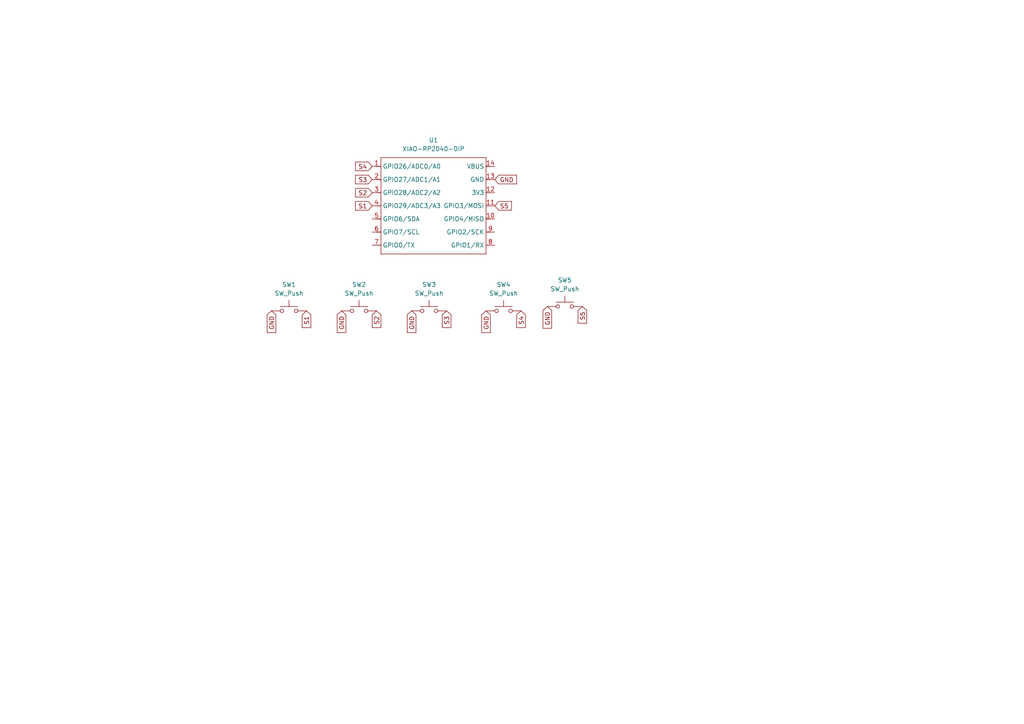
<source format=kicad_sch>
(kicad_sch
	(version 20250114)
	(generator "eeschema")
	(generator_version "9.0")
	(uuid "cd2cdcf1-0d5e-46b2-9ce4-a950083989c9")
	(paper "A4")
	(lib_symbols
		(symbol "MicroPad:XIAO-RP2040-DIP"
			(exclude_from_sim no)
			(in_bom yes)
			(on_board yes)
			(property "Reference" "U"
				(at 0 0 0)
				(effects
					(font
						(size 1.27 1.27)
					)
				)
			)
			(property "Value" "XIAO-RP2040-DIP"
				(at 5.334 -1.778 0)
				(effects
					(font
						(size 1.27 1.27)
					)
				)
			)
			(property "Footprint" "Module:MOUDLE14P-XIAO-DIP-SMD"
				(at 14.478 -32.258 0)
				(effects
					(font
						(size 1.27 1.27)
					)
					(hide yes)
				)
			)
			(property "Datasheet" ""
				(at 0 0 0)
				(effects
					(font
						(size 1.27 1.27)
					)
					(hide yes)
				)
			)
			(property "Description" ""
				(at 0 0 0)
				(effects
					(font
						(size 1.27 1.27)
					)
					(hide yes)
				)
			)
			(symbol "XIAO-RP2040-DIP_1_0"
				(polyline
					(pts
						(xy -1.27 -2.54) (xy 29.21 -2.54)
					)
					(stroke
						(width 0.1524)
						(type solid)
					)
					(fill
						(type none)
					)
				)
				(polyline
					(pts
						(xy -1.27 -5.08) (xy -2.54 -5.08)
					)
					(stroke
						(width 0.1524)
						(type solid)
					)
					(fill
						(type none)
					)
				)
				(polyline
					(pts
						(xy -1.27 -5.08) (xy -1.27 -2.54)
					)
					(stroke
						(width 0.1524)
						(type solid)
					)
					(fill
						(type none)
					)
				)
				(polyline
					(pts
						(xy -1.27 -8.89) (xy -2.54 -8.89)
					)
					(stroke
						(width 0.1524)
						(type solid)
					)
					(fill
						(type none)
					)
				)
				(polyline
					(pts
						(xy -1.27 -8.89) (xy -1.27 -5.08)
					)
					(stroke
						(width 0.1524)
						(type solid)
					)
					(fill
						(type none)
					)
				)
				(polyline
					(pts
						(xy -1.27 -12.7) (xy -2.54 -12.7)
					)
					(stroke
						(width 0.1524)
						(type solid)
					)
					(fill
						(type none)
					)
				)
				(polyline
					(pts
						(xy -1.27 -12.7) (xy -1.27 -8.89)
					)
					(stroke
						(width 0.1524)
						(type solid)
					)
					(fill
						(type none)
					)
				)
				(polyline
					(pts
						(xy -1.27 -16.51) (xy -2.54 -16.51)
					)
					(stroke
						(width 0.1524)
						(type solid)
					)
					(fill
						(type none)
					)
				)
				(polyline
					(pts
						(xy -1.27 -16.51) (xy -1.27 -12.7)
					)
					(stroke
						(width 0.1524)
						(type solid)
					)
					(fill
						(type none)
					)
				)
				(polyline
					(pts
						(xy -1.27 -20.32) (xy -2.54 -20.32)
					)
					(stroke
						(width 0.1524)
						(type solid)
					)
					(fill
						(type none)
					)
				)
				(polyline
					(pts
						(xy -1.27 -24.13) (xy -2.54 -24.13)
					)
					(stroke
						(width 0.1524)
						(type solid)
					)
					(fill
						(type none)
					)
				)
				(polyline
					(pts
						(xy -1.27 -27.94) (xy -2.54 -27.94)
					)
					(stroke
						(width 0.1524)
						(type solid)
					)
					(fill
						(type none)
					)
				)
				(polyline
					(pts
						(xy -1.27 -30.48) (xy -1.27 -16.51)
					)
					(stroke
						(width 0.1524)
						(type solid)
					)
					(fill
						(type none)
					)
				)
				(polyline
					(pts
						(xy 29.21 -2.54) (xy 29.21 -5.08)
					)
					(stroke
						(width 0.1524)
						(type solid)
					)
					(fill
						(type none)
					)
				)
				(polyline
					(pts
						(xy 29.21 -5.08) (xy 29.21 -8.89)
					)
					(stroke
						(width 0.1524)
						(type solid)
					)
					(fill
						(type none)
					)
				)
				(polyline
					(pts
						(xy 29.21 -8.89) (xy 29.21 -12.7)
					)
					(stroke
						(width 0.1524)
						(type solid)
					)
					(fill
						(type none)
					)
				)
				(polyline
					(pts
						(xy 29.21 -12.7) (xy 29.21 -30.48)
					)
					(stroke
						(width 0.1524)
						(type solid)
					)
					(fill
						(type none)
					)
				)
				(polyline
					(pts
						(xy 29.21 -30.48) (xy -1.27 -30.48)
					)
					(stroke
						(width 0.1524)
						(type solid)
					)
					(fill
						(type none)
					)
				)
				(polyline
					(pts
						(xy 30.48 -5.08) (xy 29.21 -5.08)
					)
					(stroke
						(width 0.1524)
						(type solid)
					)
					(fill
						(type none)
					)
				)
				(polyline
					(pts
						(xy 30.48 -8.89) (xy 29.21 -8.89)
					)
					(stroke
						(width 0.1524)
						(type solid)
					)
					(fill
						(type none)
					)
				)
				(polyline
					(pts
						(xy 30.48 -12.7) (xy 29.21 -12.7)
					)
					(stroke
						(width 0.1524)
						(type solid)
					)
					(fill
						(type none)
					)
				)
				(polyline
					(pts
						(xy 30.48 -16.51) (xy 29.21 -16.51)
					)
					(stroke
						(width 0.1524)
						(type solid)
					)
					(fill
						(type none)
					)
				)
				(polyline
					(pts
						(xy 30.48 -20.32) (xy 29.21 -20.32)
					)
					(stroke
						(width 0.1524)
						(type solid)
					)
					(fill
						(type none)
					)
				)
				(polyline
					(pts
						(xy 30.48 -24.13) (xy 29.21 -24.13)
					)
					(stroke
						(width 0.1524)
						(type solid)
					)
					(fill
						(type none)
					)
				)
				(polyline
					(pts
						(xy 30.48 -27.94) (xy 29.21 -27.94)
					)
					(stroke
						(width 0.1524)
						(type solid)
					)
					(fill
						(type none)
					)
				)
				(pin passive line
					(at -3.81 -5.08 0)
					(length 2.54)
					(name "GPIO26/ADC0/A0"
						(effects
							(font
								(size 1.27 1.27)
							)
						)
					)
					(number "1"
						(effects
							(font
								(size 1.27 1.27)
							)
						)
					)
				)
				(pin passive line
					(at -3.81 -8.89 0)
					(length 2.54)
					(name "GPIO27/ADC1/A1"
						(effects
							(font
								(size 1.27 1.27)
							)
						)
					)
					(number "2"
						(effects
							(font
								(size 1.27 1.27)
							)
						)
					)
				)
				(pin passive line
					(at -3.81 -12.7 0)
					(length 2.54)
					(name "GPIO28/ADC2/A2"
						(effects
							(font
								(size 1.27 1.27)
							)
						)
					)
					(number "3"
						(effects
							(font
								(size 1.27 1.27)
							)
						)
					)
				)
				(pin passive line
					(at -3.81 -16.51 0)
					(length 2.54)
					(name "GPIO29/ADC3/A3"
						(effects
							(font
								(size 1.27 1.27)
							)
						)
					)
					(number "4"
						(effects
							(font
								(size 1.27 1.27)
							)
						)
					)
				)
				(pin passive line
					(at -3.81 -20.32 0)
					(length 2.54)
					(name "GPIO6/SDA"
						(effects
							(font
								(size 1.27 1.27)
							)
						)
					)
					(number "5"
						(effects
							(font
								(size 1.27 1.27)
							)
						)
					)
				)
				(pin passive line
					(at -3.81 -24.13 0)
					(length 2.54)
					(name "GPIO7/SCL"
						(effects
							(font
								(size 1.27 1.27)
							)
						)
					)
					(number "6"
						(effects
							(font
								(size 1.27 1.27)
							)
						)
					)
				)
				(pin passive line
					(at -3.81 -27.94 0)
					(length 2.54)
					(name "GPIO0/TX"
						(effects
							(font
								(size 1.27 1.27)
							)
						)
					)
					(number "7"
						(effects
							(font
								(size 1.27 1.27)
							)
						)
					)
				)
				(pin passive line
					(at 31.75 -5.08 180)
					(length 2.54)
					(name "VBUS"
						(effects
							(font
								(size 1.27 1.27)
							)
						)
					)
					(number "14"
						(effects
							(font
								(size 1.27 1.27)
							)
						)
					)
				)
				(pin passive line
					(at 31.75 -8.89 180)
					(length 2.54)
					(name "GND"
						(effects
							(font
								(size 1.27 1.27)
							)
						)
					)
					(number "13"
						(effects
							(font
								(size 1.27 1.27)
							)
						)
					)
				)
				(pin passive line
					(at 31.75 -12.7 180)
					(length 2.54)
					(name "3V3"
						(effects
							(font
								(size 1.27 1.27)
							)
						)
					)
					(number "12"
						(effects
							(font
								(size 1.27 1.27)
							)
						)
					)
				)
				(pin passive line
					(at 31.75 -16.51 180)
					(length 2.54)
					(name "GPIO3/MOSI"
						(effects
							(font
								(size 1.27 1.27)
							)
						)
					)
					(number "11"
						(effects
							(font
								(size 1.27 1.27)
							)
						)
					)
				)
				(pin passive line
					(at 31.75 -20.32 180)
					(length 2.54)
					(name "GPIO4/MISO"
						(effects
							(font
								(size 1.27 1.27)
							)
						)
					)
					(number "10"
						(effects
							(font
								(size 1.27 1.27)
							)
						)
					)
				)
				(pin passive line
					(at 31.75 -24.13 180)
					(length 2.54)
					(name "GPIO2/SCK"
						(effects
							(font
								(size 1.27 1.27)
							)
						)
					)
					(number "9"
						(effects
							(font
								(size 1.27 1.27)
							)
						)
					)
				)
				(pin passive line
					(at 31.75 -27.94 180)
					(length 2.54)
					(name "GPIO1/RX"
						(effects
							(font
								(size 1.27 1.27)
							)
						)
					)
					(number "8"
						(effects
							(font
								(size 1.27 1.27)
							)
						)
					)
				)
			)
			(embedded_fonts no)
		)
		(symbol "Switch:SW_Push"
			(pin_numbers
				(hide yes)
			)
			(pin_names
				(offset 1.016)
				(hide yes)
			)
			(exclude_from_sim no)
			(in_bom yes)
			(on_board yes)
			(property "Reference" "SW"
				(at 1.27 2.54 0)
				(effects
					(font
						(size 1.27 1.27)
					)
					(justify left)
				)
			)
			(property "Value" "SW_Push"
				(at 0 -1.524 0)
				(effects
					(font
						(size 1.27 1.27)
					)
				)
			)
			(property "Footprint" ""
				(at 0 5.08 0)
				(effects
					(font
						(size 1.27 1.27)
					)
					(hide yes)
				)
			)
			(property "Datasheet" "~"
				(at 0 5.08 0)
				(effects
					(font
						(size 1.27 1.27)
					)
					(hide yes)
				)
			)
			(property "Description" "Push button switch, generic, two pins"
				(at 0 0 0)
				(effects
					(font
						(size 1.27 1.27)
					)
					(hide yes)
				)
			)
			(property "ki_keywords" "switch normally-open pushbutton push-button"
				(at 0 0 0)
				(effects
					(font
						(size 1.27 1.27)
					)
					(hide yes)
				)
			)
			(symbol "SW_Push_0_1"
				(circle
					(center -2.032 0)
					(radius 0.508)
					(stroke
						(width 0)
						(type default)
					)
					(fill
						(type none)
					)
				)
				(polyline
					(pts
						(xy 0 1.27) (xy 0 3.048)
					)
					(stroke
						(width 0)
						(type default)
					)
					(fill
						(type none)
					)
				)
				(circle
					(center 2.032 0)
					(radius 0.508)
					(stroke
						(width 0)
						(type default)
					)
					(fill
						(type none)
					)
				)
				(polyline
					(pts
						(xy 2.54 1.27) (xy -2.54 1.27)
					)
					(stroke
						(width 0)
						(type default)
					)
					(fill
						(type none)
					)
				)
				(pin passive line
					(at -5.08 0 0)
					(length 2.54)
					(name "1"
						(effects
							(font
								(size 1.27 1.27)
							)
						)
					)
					(number "1"
						(effects
							(font
								(size 1.27 1.27)
							)
						)
					)
				)
				(pin passive line
					(at 5.08 0 180)
					(length 2.54)
					(name "2"
						(effects
							(font
								(size 1.27 1.27)
							)
						)
					)
					(number "2"
						(effects
							(font
								(size 1.27 1.27)
							)
						)
					)
				)
			)
			(embedded_fonts no)
		)
	)
	(global_label "S4"
		(shape input)
		(at 151.13 90.17 270)
		(fields_autoplaced yes)
		(effects
			(font
				(size 1.27 1.27)
			)
			(justify right)
		)
		(uuid "04075b1b-6509-4fd9-a9a4-71b4bc3e6f9a")
		(property "Intersheetrefs" "${INTERSHEET_REFS}"
			(at 151.13 95.5742 90)
			(effects
				(font
					(size 1.27 1.27)
				)
				(justify right)
				(hide yes)
			)
		)
	)
	(global_label "S5"
		(shape input)
		(at 168.91 88.9 270)
		(fields_autoplaced yes)
		(effects
			(font
				(size 1.27 1.27)
			)
			(justify right)
		)
		(uuid "1ccd2a77-ccca-453f-9c9e-4539c062fd6c")
		(property "Intersheetrefs" "${INTERSHEET_REFS}"
			(at 168.91 94.3042 90)
			(effects
				(font
					(size 1.27 1.27)
				)
				(justify right)
				(hide yes)
			)
		)
	)
	(global_label "S3"
		(shape input)
		(at 107.95 52.07 180)
		(fields_autoplaced yes)
		(effects
			(font
				(size 1.27 1.27)
			)
			(justify right)
		)
		(uuid "31c003bc-6460-4db7-a582-cb2c1f9acfc0")
		(property "Intersheetrefs" "${INTERSHEET_REFS}"
			(at 102.5458 52.07 0)
			(effects
				(font
					(size 1.27 1.27)
				)
				(justify right)
				(hide yes)
			)
		)
	)
	(global_label "GND"
		(shape input)
		(at 158.75 88.9 270)
		(fields_autoplaced yes)
		(effects
			(font
				(size 1.27 1.27)
			)
			(justify right)
		)
		(uuid "39de7437-84a8-48c8-bf46-ca5531888be2")
		(property "Intersheetrefs" "${INTERSHEET_REFS}"
			(at 158.75 95.7557 90)
			(effects
				(font
					(size 1.27 1.27)
				)
				(justify right)
				(hide yes)
			)
		)
	)
	(global_label "S5"
		(shape input)
		(at 143.51 59.69 0)
		(fields_autoplaced yes)
		(effects
			(font
				(size 1.27 1.27)
			)
			(justify left)
		)
		(uuid "554cc1c8-51d5-46ad-8a54-5f3126d05e0c")
		(property "Intersheetrefs" "${INTERSHEET_REFS}"
			(at 148.9142 59.69 0)
			(effects
				(font
					(size 1.27 1.27)
				)
				(justify left)
				(hide yes)
			)
		)
	)
	(global_label "S1"
		(shape input)
		(at 88.9 90.17 270)
		(fields_autoplaced yes)
		(effects
			(font
				(size 1.27 1.27)
			)
			(justify right)
		)
		(uuid "75d326e9-bba4-44ad-a9f1-0b2e93f64510")
		(property "Intersheetrefs" "${INTERSHEET_REFS}"
			(at 88.9 95.5742 90)
			(effects
				(font
					(size 1.27 1.27)
				)
				(justify right)
				(hide yes)
			)
		)
	)
	(global_label "S2"
		(shape input)
		(at 107.95 55.88 180)
		(fields_autoplaced yes)
		(effects
			(font
				(size 1.27 1.27)
			)
			(justify right)
		)
		(uuid "7ff1fa95-6243-47b4-92e3-8f4fcfb04cd6")
		(property "Intersheetrefs" "${INTERSHEET_REFS}"
			(at 102.5458 55.88 0)
			(effects
				(font
					(size 1.27 1.27)
				)
				(justify right)
				(hide yes)
			)
		)
	)
	(global_label "S1"
		(shape input)
		(at 107.95 59.69 180)
		(fields_autoplaced yes)
		(effects
			(font
				(size 1.27 1.27)
			)
			(justify right)
		)
		(uuid "cabdd948-76f6-4ebc-8b1b-b6f32c96dbc3")
		(property "Intersheetrefs" "${INTERSHEET_REFS}"
			(at 102.5458 59.69 0)
			(effects
				(font
					(size 1.27 1.27)
				)
				(justify right)
				(hide yes)
			)
		)
	)
	(global_label "GND"
		(shape input)
		(at 140.97 90.17 270)
		(fields_autoplaced yes)
		(effects
			(font
				(size 1.27 1.27)
			)
			(justify right)
		)
		(uuid "cd814824-a4fa-4783-8bf1-871c466e2871")
		(property "Intersheetrefs" "${INTERSHEET_REFS}"
			(at 140.97 97.0257 90)
			(effects
				(font
					(size 1.27 1.27)
				)
				(justify right)
				(hide yes)
			)
		)
	)
	(global_label "GND"
		(shape input)
		(at 78.74 90.17 270)
		(fields_autoplaced yes)
		(effects
			(font
				(size 1.27 1.27)
			)
			(justify right)
		)
		(uuid "d086ff52-e8d9-4918-898c-5082009947ed")
		(property "Intersheetrefs" "${INTERSHEET_REFS}"
			(at 78.74 97.0257 90)
			(effects
				(font
					(size 1.27 1.27)
				)
				(justify right)
				(hide yes)
			)
		)
	)
	(global_label "S3"
		(shape input)
		(at 129.54 90.17 270)
		(fields_autoplaced yes)
		(effects
			(font
				(size 1.27 1.27)
			)
			(justify right)
		)
		(uuid "d26e27e1-a682-44d9-932a-3a674a76cbe0")
		(property "Intersheetrefs" "${INTERSHEET_REFS}"
			(at 129.54 95.5742 90)
			(effects
				(font
					(size 1.27 1.27)
				)
				(justify right)
				(hide yes)
			)
		)
	)
	(global_label "GND"
		(shape input)
		(at 99.06 90.17 270)
		(fields_autoplaced yes)
		(effects
			(font
				(size 1.27 1.27)
			)
			(justify right)
		)
		(uuid "d5024bb1-4f21-46d0-a6d6-60f20dbb944d")
		(property "Intersheetrefs" "${INTERSHEET_REFS}"
			(at 99.06 97.0257 90)
			(effects
				(font
					(size 1.27 1.27)
				)
				(justify right)
				(hide yes)
			)
		)
	)
	(global_label "GND"
		(shape input)
		(at 119.38 90.17 270)
		(fields_autoplaced yes)
		(effects
			(font
				(size 1.27 1.27)
			)
			(justify right)
		)
		(uuid "d565f037-d898-4967-b1aa-41483e4a7c7e")
		(property "Intersheetrefs" "${INTERSHEET_REFS}"
			(at 119.38 97.0257 90)
			(effects
				(font
					(size 1.27 1.27)
				)
				(justify right)
				(hide yes)
			)
		)
	)
	(global_label "S4"
		(shape input)
		(at 107.95 48.26 180)
		(fields_autoplaced yes)
		(effects
			(font
				(size 1.27 1.27)
			)
			(justify right)
		)
		(uuid "e1d8fbe1-b599-4a3c-bd87-b41a7578b355")
		(property "Intersheetrefs" "${INTERSHEET_REFS}"
			(at 102.5458 48.26 0)
			(effects
				(font
					(size 1.27 1.27)
				)
				(justify right)
				(hide yes)
			)
		)
	)
	(global_label "GND"
		(shape input)
		(at 143.51 52.07 0)
		(fields_autoplaced yes)
		(effects
			(font
				(size 1.27 1.27)
			)
			(justify left)
		)
		(uuid "eb2564d7-0950-4335-81c9-48e78abe79aa")
		(property "Intersheetrefs" "${INTERSHEET_REFS}"
			(at 150.3657 52.07 0)
			(effects
				(font
					(size 1.27 1.27)
				)
				(justify left)
				(hide yes)
			)
		)
	)
	(global_label "S2"
		(shape input)
		(at 109.22 90.17 270)
		(fields_autoplaced yes)
		(effects
			(font
				(size 1.27 1.27)
			)
			(justify right)
		)
		(uuid "f3eac7bd-6d5c-493c-81ae-58db75c04483")
		(property "Intersheetrefs" "${INTERSHEET_REFS}"
			(at 109.22 95.5742 90)
			(effects
				(font
					(size 1.27 1.27)
				)
				(justify right)
				(hide yes)
			)
		)
	)
	(symbol
		(lib_id "Switch:SW_Push")
		(at 83.82 90.17 0)
		(unit 1)
		(exclude_from_sim no)
		(in_bom yes)
		(on_board yes)
		(dnp no)
		(fields_autoplaced yes)
		(uuid "1e4098dc-ec37-4436-9a7b-c759fb0851c1")
		(property "Reference" "SW1"
			(at 83.82 82.55 0)
			(effects
				(font
					(size 1.27 1.27)
				)
			)
		)
		(property "Value" "SW_Push"
			(at 83.82 85.09 0)
			(effects
				(font
					(size 1.27 1.27)
				)
			)
		)
		(property "Footprint" "Button_Switch_Keyboard:SW_Cherry_MX_1.00u_PCB"
			(at 83.82 85.09 0)
			(effects
				(font
					(size 1.27 1.27)
				)
				(hide yes)
			)
		)
		(property "Datasheet" "~"
			(at 83.82 85.09 0)
			(effects
				(font
					(size 1.27 1.27)
				)
				(hide yes)
			)
		)
		(property "Description" "Push button switch, generic, two pins"
			(at 83.82 90.17 0)
			(effects
				(font
					(size 1.27 1.27)
				)
				(hide yes)
			)
		)
		(pin "1"
			(uuid "c0b35212-ed6c-4b70-b8dc-b160b961b9b1")
		)
		(pin "2"
			(uuid "6f10e83c-c602-46d4-8e8f-2a589a40986c")
		)
		(instances
			(project "PADMINI"
				(path "/cd2cdcf1-0d5e-46b2-9ce4-a950083989c9"
					(reference "SW1")
					(unit 1)
				)
			)
		)
	)
	(symbol
		(lib_id "MicroPad:XIAO-RP2040-DIP")
		(at 111.76 43.18 0)
		(unit 1)
		(exclude_from_sim no)
		(in_bom yes)
		(on_board yes)
		(dnp no)
		(fields_autoplaced yes)
		(uuid "36c12c6d-295c-447e-b5eb-9ba3a2ddc117")
		(property "Reference" "U1"
			(at 125.73 40.64 0)
			(effects
				(font
					(size 1.27 1.27)
				)
			)
		)
		(property "Value" "XIAO-RP2040-DIP"
			(at 125.73 43.18 0)
			(effects
				(font
					(size 1.27 1.27)
				)
			)
		)
		(property "Footprint" "XI:XIAO-RP2040-DIP"
			(at 126.238 75.438 0)
			(effects
				(font
					(size 1.27 1.27)
				)
				(hide yes)
			)
		)
		(property "Datasheet" ""
			(at 111.76 43.18 0)
			(effects
				(font
					(size 1.27 1.27)
				)
				(hide yes)
			)
		)
		(property "Description" ""
			(at 111.76 43.18 0)
			(effects
				(font
					(size 1.27 1.27)
				)
				(hide yes)
			)
		)
		(pin "5"
			(uuid "67d75785-ad80-4398-ba24-f740ab5ce54f")
		)
		(pin "6"
			(uuid "a7ee4d30-7b55-4ae6-b635-98beb31b5027")
		)
		(pin "10"
			(uuid "6163600b-5ff9-49f2-ad99-4b2ef55b495b")
		)
		(pin "12"
			(uuid "8b7021a4-d74b-453e-8e54-0abef805187c")
		)
		(pin "8"
			(uuid "659067d3-744e-4cfc-831c-8221b0abb393")
		)
		(pin "4"
			(uuid "07ed730d-03a0-410e-b2f4-4493bf2ec38a")
		)
		(pin "1"
			(uuid "0da709b3-640b-4905-9862-a7302a1250ac")
		)
		(pin "11"
			(uuid "ab8dd907-773d-40b0-843d-a86ba8ff66cd")
		)
		(pin "13"
			(uuid "a740eb27-1c6a-4fb6-9c7a-c57c7d024b2a")
		)
		(pin "7"
			(uuid "507e63f0-dcc4-412b-bd47-00b8d817f55c")
		)
		(pin "3"
			(uuid "7ecde3be-ac55-44c1-ab90-d058f8f90877")
		)
		(pin "2"
			(uuid "46408cfa-f209-4a08-b5bf-3341776a201d")
		)
		(pin "9"
			(uuid "61152fc5-1dbc-46f5-bd7d-c2c9a0ff1a00")
		)
		(pin "14"
			(uuid "f486fcae-abc2-4dc3-9dce-38f0be295b92")
		)
		(instances
			(project "PADMINI"
				(path "/cd2cdcf1-0d5e-46b2-9ce4-a950083989c9"
					(reference "U1")
					(unit 1)
				)
			)
		)
	)
	(symbol
		(lib_id "Switch:SW_Push")
		(at 146.05 90.17 0)
		(unit 1)
		(exclude_from_sim no)
		(in_bom yes)
		(on_board yes)
		(dnp no)
		(fields_autoplaced yes)
		(uuid "4c378144-b864-4bb9-b609-f830703f3cf9")
		(property "Reference" "SW4"
			(at 146.05 82.55 0)
			(effects
				(font
					(size 1.27 1.27)
				)
			)
		)
		(property "Value" "SW_Push"
			(at 146.05 85.09 0)
			(effects
				(font
					(size 1.27 1.27)
				)
			)
		)
		(property "Footprint" "Button_Switch_Keyboard:SW_Cherry_MX_1.00u_PCB"
			(at 146.05 85.09 0)
			(effects
				(font
					(size 1.27 1.27)
				)
				(hide yes)
			)
		)
		(property "Datasheet" "~"
			(at 146.05 85.09 0)
			(effects
				(font
					(size 1.27 1.27)
				)
				(hide yes)
			)
		)
		(property "Description" "Push button switch, generic, two pins"
			(at 146.05 90.17 0)
			(effects
				(font
					(size 1.27 1.27)
				)
				(hide yes)
			)
		)
		(pin "1"
			(uuid "9f7c2a8c-f6cd-4aa9-b963-13b01dface3c")
		)
		(pin "2"
			(uuid "f573b296-7136-4801-9b71-673a09f8389e")
		)
		(instances
			(project "PADMINI"
				(path "/cd2cdcf1-0d5e-46b2-9ce4-a950083989c9"
					(reference "SW4")
					(unit 1)
				)
			)
		)
	)
	(symbol
		(lib_id "Switch:SW_Push")
		(at 163.83 88.9 0)
		(unit 1)
		(exclude_from_sim no)
		(in_bom yes)
		(on_board yes)
		(dnp no)
		(fields_autoplaced yes)
		(uuid "68c9ce80-4ff9-4f52-90ed-07930a838614")
		(property "Reference" "SW5"
			(at 163.83 81.28 0)
			(effects
				(font
					(size 1.27 1.27)
				)
			)
		)
		(property "Value" "SW_Push"
			(at 163.83 83.82 0)
			(effects
				(font
					(size 1.27 1.27)
				)
			)
		)
		(property "Footprint" "Button_Switch_Keyboard:SW_Cherry_MX_1.00u_PCB"
			(at 163.83 83.82 0)
			(effects
				(font
					(size 1.27 1.27)
				)
				(hide yes)
			)
		)
		(property "Datasheet" "~"
			(at 163.83 83.82 0)
			(effects
				(font
					(size 1.27 1.27)
				)
				(hide yes)
			)
		)
		(property "Description" "Push button switch, generic, two pins"
			(at 163.83 88.9 0)
			(effects
				(font
					(size 1.27 1.27)
				)
				(hide yes)
			)
		)
		(pin "1"
			(uuid "7269bf20-7a98-4d30-ac2e-fcf31b668207")
		)
		(pin "2"
			(uuid "4e8c019f-313a-4a33-ac69-e3e5ab850182")
		)
		(instances
			(project "PADMINI"
				(path "/cd2cdcf1-0d5e-46b2-9ce4-a950083989c9"
					(reference "SW5")
					(unit 1)
				)
			)
		)
	)
	(symbol
		(lib_id "Switch:SW_Push")
		(at 124.46 90.17 0)
		(unit 1)
		(exclude_from_sim no)
		(in_bom yes)
		(on_board yes)
		(dnp no)
		(fields_autoplaced yes)
		(uuid "af9fb2f4-a791-4a71-a90d-752aad560734")
		(property "Reference" "SW3"
			(at 124.46 82.55 0)
			(effects
				(font
					(size 1.27 1.27)
				)
			)
		)
		(property "Value" "SW_Push"
			(at 124.46 85.09 0)
			(effects
				(font
					(size 1.27 1.27)
				)
			)
		)
		(property "Footprint" "Button_Switch_Keyboard:SW_Cherry_MX_1.00u_PCB"
			(at 124.46 85.09 0)
			(effects
				(font
					(size 1.27 1.27)
				)
				(hide yes)
			)
		)
		(property "Datasheet" "~"
			(at 124.46 85.09 0)
			(effects
				(font
					(size 1.27 1.27)
				)
				(hide yes)
			)
		)
		(property "Description" "Push button switch, generic, two pins"
			(at 124.46 90.17 0)
			(effects
				(font
					(size 1.27 1.27)
				)
				(hide yes)
			)
		)
		(pin "1"
			(uuid "88a9d9af-ac89-477d-af16-78f86c84fbbf")
		)
		(pin "2"
			(uuid "6f6a2662-0bfd-4c51-a1c8-58f03a75268f")
		)
		(instances
			(project "PADMINI"
				(path "/cd2cdcf1-0d5e-46b2-9ce4-a950083989c9"
					(reference "SW3")
					(unit 1)
				)
			)
		)
	)
	(symbol
		(lib_id "Switch:SW_Push")
		(at 104.14 90.17 0)
		(unit 1)
		(exclude_from_sim no)
		(in_bom yes)
		(on_board yes)
		(dnp no)
		(fields_autoplaced yes)
		(uuid "b3ed71c5-bfdb-45e2-b87d-9c98d275146e")
		(property "Reference" "SW2"
			(at 104.14 82.55 0)
			(effects
				(font
					(size 1.27 1.27)
				)
			)
		)
		(property "Value" "SW_Push"
			(at 104.14 85.09 0)
			(effects
				(font
					(size 1.27 1.27)
				)
			)
		)
		(property "Footprint" "Button_Switch_Keyboard:SW_Cherry_MX_1.00u_PCB"
			(at 104.14 85.09 0)
			(effects
				(font
					(size 1.27 1.27)
				)
				(hide yes)
			)
		)
		(property "Datasheet" "~"
			(at 104.14 85.09 0)
			(effects
				(font
					(size 1.27 1.27)
				)
				(hide yes)
			)
		)
		(property "Description" "Push button switch, generic, two pins"
			(at 104.14 90.17 0)
			(effects
				(font
					(size 1.27 1.27)
				)
				(hide yes)
			)
		)
		(pin "1"
			(uuid "bcaae633-5013-477a-83ed-0212afdb1103")
		)
		(pin "2"
			(uuid "89cb2140-8c5f-4cfb-bebd-f26783c10361")
		)
		(instances
			(project "PADMINI"
				(path "/cd2cdcf1-0d5e-46b2-9ce4-a950083989c9"
					(reference "SW2")
					(unit 1)
				)
			)
		)
	)
	(sheet_instances
		(path "/"
			(page "1")
		)
	)
	(embedded_fonts no)
)

</source>
